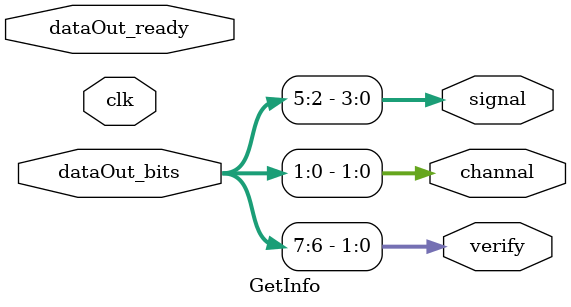
<source format=v>
`timescale 1ns / 1ps
/*
Author: Dong
Description:Input module basically deal with the input siganl(Or output) form the software,
it cantains modules encoding the signal  used for scripts
and modules converting the signal to led signals
*/

module Receiver (
    input clk,
    input dataOut_ready,
    input [7:0] dataOut_bits,
    output [7:0] led,
    output reg [7:0] size,
    output reg [3:0] signal,
    output [1:0] verify,
    output [1:0] channal
);
    wire [3:0] signal_temp;
    GetInfo get(
        .clk(clk), 
        .dataOut_ready(dataOut_ready), 
        .dataOut_bits(dataOut_bits), 
        .verify(verify), 
        .channal(channal), 
        .signal(signal_temp));
    // 01 channel: Feedback signal from Client to Board
    always @(posedge dataOut_ready) begin
        if(dataOut_ready)
            if(verify == 2'b00) begin
                if(channal == 2'b01) begin
                    signal <= signal_temp;
                end
            end
        else 
            // fantastic effiects to be added
            signal <= signal;
    end
    // 10 channel: Change into Script loading mode
    always @(*) begin
        if(channal == 2'b10) begin
            size <= dataOut_bits;
        end
    end
    assign led = {4'b0000, signal};
endmodule

/*
Author: Dong
Module FeedbackSignal function: unpack the signal and output the led signals
rightmost led: traveler is in front of target machine
(rightmost - 1) led: traveler has item in hand
(rightmost - 2) led: target machine is processing
(rightmost - 3) led: target machine has item
*/
module FeedbackSignal(
input clk,
input script_mode,
input dataOut_ready,
input [7:0] dataOut_bits,
input [1:0] verify,
input [1:0] channal,
input [3:0] signal,
output reg [7:0] led
);

always @(posedge dataOut_ready) begin
    if(dataOut_ready)
        if(verify == 2'b00) begin
            if(channal == 2'b01) begin
                led <= {4'b0000, signal};
            end
        end
    else 
        // fantastic effiects to be added
        led <= 8'b0000_0000;
end

endmodule



/*
Author: Dong
Module GetInfo returns few states that can be edcoded from signals from software
*/
module GetInfo (
    input clk,
    input dataOut_ready,
    input [7:0] dataOut_bits,
    output [1:0] verify,
    output [1:0] channal,
    output [3:0] signal
);
    assign verify = dataOut_bits[7:6];
    assign signal = dataOut_bits[5:2];
    assign channal = dataOut_bits[1:0];
endmodule
</source>
